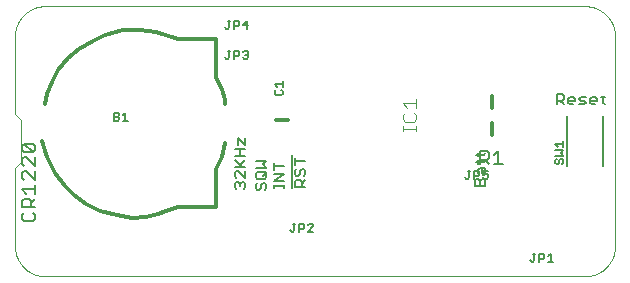
<source format=gbr>
G04 EAGLE Gerber RS-274X export*
G75*
%MOMM*%
%FSLAX34Y34*%
%LPD*%
%INSilkscreen Top*%
%IPPOS*%
%AMOC8*
5,1,8,0,0,1.08239X$1,22.5*%
G01*
%ADD10C,0.127000*%
%ADD11C,0.177800*%
%ADD12C,0.304800*%
%ADD13C,0.000000*%
%ADD14C,0.152400*%
%ADD15C,0.101600*%
%ADD16C,0.203200*%


D10*
X458866Y145415D02*
X458866Y154313D01*
X463315Y154313D01*
X464798Y152830D01*
X464798Y149864D01*
X463315Y148381D01*
X458866Y148381D01*
X461832Y148381D02*
X464798Y145415D01*
X469704Y145415D02*
X472670Y145415D01*
X469704Y145415D02*
X468221Y146898D01*
X468221Y149864D01*
X469704Y151347D01*
X472670Y151347D01*
X474153Y149864D01*
X474153Y148381D01*
X468221Y148381D01*
X477577Y145415D02*
X482025Y145415D01*
X483508Y146898D01*
X482025Y148381D01*
X479060Y148381D01*
X477577Y149864D01*
X479060Y151347D01*
X483508Y151347D01*
X488415Y145415D02*
X491381Y145415D01*
X488415Y145415D02*
X486932Y146898D01*
X486932Y149864D01*
X488415Y151347D01*
X491381Y151347D01*
X492864Y149864D01*
X492864Y148381D01*
X486932Y148381D01*
X497770Y146898D02*
X497770Y152830D01*
X497770Y146898D02*
X499253Y145415D01*
X499253Y151347D02*
X496287Y151347D01*
X205310Y78894D02*
X203827Y77411D01*
X203827Y74445D01*
X205310Y72962D01*
X206793Y72962D01*
X208276Y74445D01*
X208276Y77411D01*
X209759Y78894D01*
X211242Y78894D01*
X212725Y77411D01*
X212725Y74445D01*
X211242Y72962D01*
X211242Y82317D02*
X205310Y82317D01*
X203827Y83800D01*
X203827Y86766D01*
X205310Y88249D01*
X211242Y88249D01*
X212725Y86766D01*
X212725Y83800D01*
X211242Y82317D01*
X209759Y85283D02*
X212725Y88249D01*
X212725Y91673D02*
X203827Y91673D01*
X209759Y94638D02*
X212725Y91673D01*
X209759Y94638D02*
X212725Y97604D01*
X203827Y97604D01*
X227965Y77487D02*
X227965Y74521D01*
X227965Y76004D02*
X219067Y76004D01*
X219067Y74521D02*
X219067Y77487D01*
X219067Y80758D02*
X227965Y80758D01*
X227965Y86690D02*
X219067Y80758D01*
X219067Y86690D02*
X227965Y86690D01*
X227965Y93079D02*
X219067Y93079D01*
X219067Y90113D02*
X219067Y96045D01*
X187530Y73767D02*
X186047Y75250D01*
X186047Y78216D01*
X187530Y79699D01*
X189013Y79699D01*
X190496Y78216D01*
X190496Y76733D01*
X190496Y78216D02*
X191979Y79699D01*
X193462Y79699D01*
X194945Y78216D01*
X194945Y75250D01*
X193462Y73767D01*
X194945Y83122D02*
X194945Y89054D01*
X194945Y83122D02*
X189013Y89054D01*
X187530Y89054D01*
X186047Y87571D01*
X186047Y84605D01*
X187530Y83122D01*
X186047Y92477D02*
X194945Y92477D01*
X191979Y92477D02*
X186047Y98409D01*
X190496Y93960D02*
X194945Y98409D01*
X194945Y101833D02*
X186047Y101833D01*
X190496Y101833D02*
X190496Y107764D01*
X186047Y107764D02*
X194945Y107764D01*
X189013Y111188D02*
X189013Y117120D01*
X194945Y111188D01*
X194945Y117120D01*
X234315Y102933D02*
X234315Y74867D01*
X236847Y75502D02*
X245745Y75502D01*
X236847Y75502D02*
X236847Y79951D01*
X238330Y81434D01*
X241296Y81434D01*
X242779Y79951D01*
X242779Y75502D01*
X242779Y78468D02*
X245745Y81434D01*
X236847Y89306D02*
X238330Y90789D01*
X236847Y89306D02*
X236847Y86340D01*
X238330Y84857D01*
X239813Y84857D01*
X241296Y86340D01*
X241296Y89306D01*
X242779Y90789D01*
X244262Y90789D01*
X245745Y89306D01*
X245745Y86340D01*
X244262Y84857D01*
X245745Y97178D02*
X236847Y97178D01*
X236847Y94213D02*
X236847Y100144D01*
X389247Y76483D02*
X398145Y76483D01*
X389247Y76483D02*
X389247Y80932D01*
X390730Y82415D01*
X392213Y82415D01*
X393696Y80932D01*
X395179Y82415D01*
X396662Y82415D01*
X398145Y80932D01*
X398145Y76483D01*
X393696Y76483D02*
X393696Y80932D01*
X392213Y87321D02*
X392213Y90287D01*
X393696Y91770D01*
X398145Y91770D01*
X398145Y87321D01*
X396662Y85838D01*
X395179Y87321D01*
X395179Y91770D01*
X396662Y96676D02*
X390730Y96676D01*
X396662Y96676D02*
X398145Y98159D01*
X392213Y98159D02*
X392213Y95193D01*
X390730Y102913D02*
X396662Y102913D01*
X398145Y104396D01*
X392213Y104396D02*
X392213Y101430D01*
D11*
X7782Y53897D02*
X5960Y52075D01*
X5960Y48431D01*
X7782Y46609D01*
X15069Y46609D01*
X16891Y48431D01*
X16891Y52075D01*
X15069Y53897D01*
X16891Y58303D02*
X5960Y58303D01*
X5960Y63769D01*
X7782Y65591D01*
X11425Y65591D01*
X13247Y63769D01*
X13247Y58303D01*
X13247Y61947D02*
X16891Y65591D01*
X9603Y69997D02*
X5960Y73641D01*
X16891Y73641D01*
X16891Y77284D02*
X16891Y69997D01*
X16891Y81691D02*
X16891Y88978D01*
X16891Y81691D02*
X9603Y88978D01*
X7782Y88978D01*
X5960Y87157D01*
X5960Y83513D01*
X7782Y81691D01*
X16891Y93385D02*
X16891Y100672D01*
X16891Y93385D02*
X9603Y100672D01*
X7782Y100672D01*
X5960Y98851D01*
X5960Y95207D01*
X7782Y93385D01*
X7782Y105079D02*
X15069Y105079D01*
X7782Y105079D02*
X5960Y106901D01*
X5960Y110545D01*
X7782Y112366D01*
X15069Y112366D01*
X16891Y110545D01*
X16891Y106901D01*
X15069Y105079D01*
X7782Y112366D01*
D12*
X403860Y142240D02*
X403860Y152400D01*
X403860Y129540D02*
X403860Y119380D01*
D10*
X393807Y106055D02*
X393807Y94615D01*
X393807Y106055D02*
X399527Y106055D01*
X401434Y104148D01*
X401434Y100335D01*
X399527Y98428D01*
X393807Y98428D01*
X397620Y98428D02*
X401434Y94615D01*
X405501Y102242D02*
X409314Y106055D01*
X409314Y94615D01*
X405501Y94615D02*
X413128Y94615D01*
D13*
X482600Y0D02*
X25400Y0D01*
X482600Y0D02*
X483214Y7D01*
X483827Y30D01*
X484440Y67D01*
X485051Y119D01*
X485662Y185D01*
X486270Y267D01*
X486876Y363D01*
X487480Y473D01*
X488081Y598D01*
X488679Y738D01*
X489273Y892D01*
X489863Y1061D01*
X490449Y1243D01*
X491030Y1440D01*
X491607Y1651D01*
X492178Y1875D01*
X492744Y2113D01*
X493304Y2365D01*
X493857Y2631D01*
X494404Y2909D01*
X494944Y3201D01*
X495477Y3506D01*
X496002Y3824D01*
X496520Y4154D01*
X497029Y4496D01*
X497530Y4851D01*
X498022Y5218D01*
X498505Y5596D01*
X498979Y5986D01*
X499443Y6388D01*
X499898Y6800D01*
X500342Y7224D01*
X500776Y7658D01*
X501200Y8102D01*
X501612Y8557D01*
X502014Y9021D01*
X502404Y9495D01*
X502782Y9978D01*
X503149Y10470D01*
X503504Y10971D01*
X503846Y11480D01*
X504176Y11998D01*
X504494Y12523D01*
X504799Y13056D01*
X505091Y13596D01*
X505369Y14143D01*
X505635Y14696D01*
X505887Y15256D01*
X506125Y15822D01*
X506349Y16393D01*
X506560Y16970D01*
X506757Y17551D01*
X506939Y18137D01*
X507108Y18727D01*
X507262Y19321D01*
X507402Y19919D01*
X507527Y20520D01*
X507637Y21124D01*
X507733Y21730D01*
X507815Y22338D01*
X507881Y22949D01*
X507933Y23560D01*
X507970Y24173D01*
X507993Y24786D01*
X508000Y25400D01*
X508000Y203200D01*
X507993Y203814D01*
X507970Y204427D01*
X507933Y205040D01*
X507881Y205651D01*
X507815Y206262D01*
X507733Y206870D01*
X507637Y207476D01*
X507527Y208080D01*
X507402Y208681D01*
X507262Y209279D01*
X507108Y209873D01*
X506939Y210463D01*
X506757Y211049D01*
X506560Y211630D01*
X506349Y212207D01*
X506125Y212778D01*
X505887Y213344D01*
X505635Y213904D01*
X505369Y214457D01*
X505091Y215004D01*
X504799Y215544D01*
X504494Y216077D01*
X504176Y216602D01*
X503846Y217120D01*
X503504Y217629D01*
X503149Y218130D01*
X502782Y218622D01*
X502404Y219105D01*
X502014Y219579D01*
X501612Y220043D01*
X501200Y220498D01*
X500776Y220942D01*
X500342Y221376D01*
X499898Y221800D01*
X499443Y222212D01*
X498979Y222614D01*
X498505Y223004D01*
X498022Y223382D01*
X497530Y223749D01*
X497029Y224104D01*
X496520Y224446D01*
X496002Y224776D01*
X495477Y225094D01*
X494944Y225399D01*
X494404Y225691D01*
X493857Y225969D01*
X493304Y226235D01*
X492744Y226487D01*
X492178Y226725D01*
X491607Y226949D01*
X491030Y227160D01*
X490449Y227357D01*
X489863Y227539D01*
X489273Y227708D01*
X488679Y227862D01*
X488081Y228002D01*
X487480Y228127D01*
X486876Y228237D01*
X486270Y228333D01*
X485662Y228415D01*
X485051Y228481D01*
X484440Y228533D01*
X483827Y228570D01*
X483214Y228593D01*
X482600Y228600D01*
X25400Y228600D01*
X24786Y228593D01*
X24173Y228570D01*
X23560Y228533D01*
X22949Y228481D01*
X22338Y228415D01*
X21730Y228333D01*
X21124Y228237D01*
X20520Y228127D01*
X19919Y228002D01*
X19321Y227862D01*
X18727Y227708D01*
X18137Y227539D01*
X17551Y227357D01*
X16970Y227160D01*
X16393Y226949D01*
X15822Y226725D01*
X15256Y226487D01*
X14696Y226235D01*
X14143Y225969D01*
X13596Y225691D01*
X13056Y225399D01*
X12523Y225094D01*
X11998Y224776D01*
X11480Y224446D01*
X10971Y224104D01*
X10470Y223749D01*
X9978Y223382D01*
X9495Y223004D01*
X9021Y222614D01*
X8557Y222212D01*
X8102Y221800D01*
X7658Y221376D01*
X7224Y220942D01*
X6800Y220498D01*
X6388Y220043D01*
X5986Y219579D01*
X5596Y219105D01*
X5218Y218622D01*
X4851Y218130D01*
X4496Y217629D01*
X4154Y217120D01*
X3824Y216602D01*
X3506Y216077D01*
X3201Y215544D01*
X2909Y215004D01*
X2631Y214457D01*
X2365Y213904D01*
X2113Y213344D01*
X1875Y212778D01*
X1651Y212207D01*
X1440Y211630D01*
X1243Y211049D01*
X1061Y210463D01*
X892Y209873D01*
X738Y209279D01*
X598Y208681D01*
X473Y208080D01*
X363Y207476D01*
X267Y206870D01*
X185Y206262D01*
X119Y205651D01*
X67Y205040D01*
X30Y204427D01*
X7Y203814D01*
X0Y203200D01*
X0Y137160D01*
X5080Y132080D01*
X5080Y96520D01*
X0Y91440D01*
X0Y25400D01*
X7Y24786D01*
X30Y24173D01*
X67Y23560D01*
X119Y22949D01*
X185Y22338D01*
X267Y21730D01*
X363Y21124D01*
X473Y20520D01*
X598Y19919D01*
X738Y19321D01*
X892Y18727D01*
X1061Y18137D01*
X1243Y17551D01*
X1440Y16970D01*
X1651Y16393D01*
X1875Y15822D01*
X2113Y15256D01*
X2365Y14696D01*
X2631Y14143D01*
X2909Y13596D01*
X3201Y13056D01*
X3506Y12523D01*
X3824Y11998D01*
X4154Y11480D01*
X4496Y10971D01*
X4851Y10470D01*
X5218Y9978D01*
X5596Y9495D01*
X5986Y9021D01*
X6388Y8557D01*
X6800Y8102D01*
X7224Y7658D01*
X7658Y7224D01*
X8102Y6800D01*
X8557Y6388D01*
X9021Y5986D01*
X9495Y5596D01*
X9978Y5218D01*
X10470Y4851D01*
X10971Y4496D01*
X11480Y4154D01*
X11998Y3824D01*
X12523Y3506D01*
X13056Y3201D01*
X13596Y2909D01*
X14143Y2631D01*
X14696Y2365D01*
X15256Y2113D01*
X15822Y1875D01*
X16393Y1651D01*
X16970Y1440D01*
X17551Y1243D01*
X18137Y1061D01*
X18727Y892D01*
X19321Y738D01*
X19919Y598D01*
X20520Y473D01*
X21124Y363D01*
X21730Y267D01*
X22338Y185D01*
X22949Y119D01*
X23560Y67D01*
X24173Y30D01*
X24786Y7D01*
X25400Y0D01*
D12*
X25060Y145540D02*
X27060Y154540D01*
X31060Y164540D01*
X36060Y174540D01*
X45060Y184540D01*
X54060Y192540D01*
X66060Y199540D01*
X76060Y204540D01*
X91060Y208540D01*
X106060Y208540D01*
X119060Y206540D01*
X23060Y114540D02*
X27060Y100540D01*
X34060Y87540D01*
X42060Y76540D01*
X50060Y68540D01*
X60060Y61540D01*
X72060Y55540D01*
X86060Y51540D01*
X99060Y49540D01*
X111060Y50540D01*
X124060Y53540D01*
X138560Y200540D02*
X170060Y200540D01*
X170060Y58540D02*
X138560Y58540D01*
X170060Y167540D02*
X170060Y200540D01*
X170060Y167540D02*
X175060Y158540D01*
X178060Y149540D01*
X178060Y145540D01*
X170060Y90540D02*
X170060Y58540D01*
X170060Y90540D02*
X175060Y100540D01*
X178060Y112540D01*
X138060Y58540D02*
X123060Y53540D01*
X138060Y200540D02*
X119060Y206540D01*
D14*
X83802Y138312D02*
X83802Y131702D01*
X83802Y138312D02*
X87107Y138312D01*
X88208Y137210D01*
X88208Y136108D01*
X87107Y135007D01*
X88208Y133905D01*
X88208Y132804D01*
X87107Y131702D01*
X83802Y131702D01*
X83802Y135007D02*
X87107Y135007D01*
X91286Y136108D02*
X93489Y138312D01*
X93489Y131702D01*
X91286Y131702D02*
X95693Y131702D01*
D15*
X339852Y126892D02*
X339852Y122994D01*
X339852Y124943D02*
X328158Y124943D01*
X328158Y122994D02*
X328158Y126892D01*
X328158Y136637D02*
X330107Y138586D01*
X328158Y136637D02*
X328158Y132739D01*
X330107Y130790D01*
X337903Y130790D01*
X339852Y132739D01*
X339852Y136637D01*
X337903Y138586D01*
X332056Y142484D02*
X328158Y146382D01*
X339852Y146382D01*
X339852Y142484D02*
X339852Y150280D01*
D12*
X231140Y132080D02*
X220980Y132080D01*
D14*
X219958Y156467D02*
X221060Y157568D01*
X219958Y156467D02*
X219958Y154264D01*
X221060Y153162D01*
X225466Y153162D01*
X226568Y154264D01*
X226568Y156467D01*
X225466Y157568D01*
X222162Y160646D02*
X219958Y162849D01*
X226568Y162849D01*
X226568Y160646D02*
X226568Y165053D01*
X436272Y13548D02*
X437373Y12446D01*
X438475Y12446D01*
X439576Y13548D01*
X439576Y19056D01*
X438475Y19056D02*
X440678Y19056D01*
X443756Y19056D02*
X443756Y12446D01*
X443756Y19056D02*
X447061Y19056D01*
X448162Y17954D01*
X448162Y15751D01*
X447061Y14649D01*
X443756Y14649D01*
X451240Y16852D02*
X453443Y19056D01*
X453443Y12446D01*
X451240Y12446D02*
X455646Y12446D01*
X178902Y209550D02*
X177800Y210652D01*
X178902Y209550D02*
X180003Y209550D01*
X181105Y210652D01*
X181105Y216160D01*
X182206Y216160D02*
X180003Y216160D01*
X185284Y216160D02*
X185284Y209550D01*
X185284Y216160D02*
X188589Y216160D01*
X189691Y215058D01*
X189691Y212855D01*
X188589Y211753D01*
X185284Y211753D01*
X196073Y209550D02*
X196073Y216160D01*
X192768Y212855D01*
X197175Y212855D01*
D16*
X467346Y135300D02*
X467346Y93300D01*
X497854Y93300D02*
X497854Y135300D01*
D14*
X458550Y99148D02*
X457448Y98047D01*
X457448Y95844D01*
X458550Y94742D01*
X459652Y94742D01*
X460753Y95844D01*
X460753Y98047D01*
X461855Y99148D01*
X462956Y99148D01*
X464058Y98047D01*
X464058Y95844D01*
X462956Y94742D01*
X464058Y102226D02*
X457448Y102226D01*
X461855Y104429D02*
X464058Y102226D01*
X461855Y104429D02*
X464058Y106633D01*
X457448Y106633D01*
X459652Y109710D02*
X457448Y111914D01*
X464058Y111914D01*
X464058Y114117D02*
X464058Y109710D01*
X234173Y37846D02*
X233072Y38948D01*
X234173Y37846D02*
X235275Y37846D01*
X236376Y38948D01*
X236376Y44456D01*
X235275Y44456D02*
X237478Y44456D01*
X240556Y44456D02*
X240556Y37846D01*
X240556Y44456D02*
X243861Y44456D01*
X244962Y43354D01*
X244962Y41151D01*
X243861Y40049D01*
X240556Y40049D01*
X248040Y37846D02*
X252446Y37846D01*
X248040Y37846D02*
X252446Y42252D01*
X252446Y43354D01*
X251345Y44456D01*
X249141Y44456D01*
X248040Y43354D01*
X178902Y184150D02*
X177800Y185252D01*
X178902Y184150D02*
X180003Y184150D01*
X181105Y185252D01*
X181105Y190760D01*
X182206Y190760D02*
X180003Y190760D01*
X185284Y190760D02*
X185284Y184150D01*
X185284Y190760D02*
X188589Y190760D01*
X189691Y189658D01*
X189691Y187455D01*
X188589Y186353D01*
X185284Y186353D01*
X192768Y189658D02*
X193870Y190760D01*
X196073Y190760D01*
X197175Y189658D01*
X197175Y188556D01*
X196073Y187455D01*
X194972Y187455D01*
X196073Y187455D02*
X197175Y186353D01*
X197175Y185252D01*
X196073Y184150D01*
X193870Y184150D01*
X192768Y185252D01*
X381000Y83652D02*
X382102Y82550D01*
X383203Y82550D01*
X384305Y83652D01*
X384305Y89160D01*
X385406Y89160D02*
X383203Y89160D01*
X388484Y89160D02*
X388484Y82550D01*
X388484Y89160D02*
X391789Y89160D01*
X392891Y88058D01*
X392891Y85855D01*
X391789Y84753D01*
X388484Y84753D01*
X395968Y89160D02*
X400375Y89160D01*
X395968Y89160D02*
X395968Y85855D01*
X398172Y86956D01*
X399273Y86956D01*
X400375Y85855D01*
X400375Y83652D01*
X399273Y82550D01*
X397070Y82550D01*
X395968Y83652D01*
M02*

</source>
